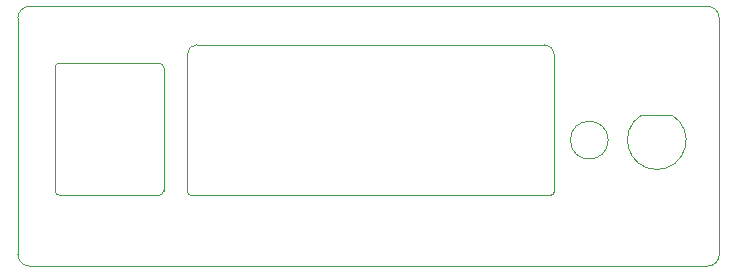
<source format=gbr>
%TF.GenerationSoftware,KiCad,Pcbnew,(6.0.11)*%
%TF.CreationDate,2023-07-10T01:10:07-07:00*%
%TF.ProjectId,cga-ypbpr-left,6367612d-7970-4627-9072-2d6c6566742e,rev?*%
%TF.SameCoordinates,PX2990618PY4bd2668*%
%TF.FileFunction,Profile,NP*%
%FSLAX46Y46*%
G04 Gerber Fmt 4.6, Leading zero omitted, Abs format (unit mm)*
G04 Created by KiCad (PCBNEW (6.0.11)) date 2023-07-10 01:10:07*
%MOMM*%
%LPD*%
G01*
G04 APERTURE LIST*
%TA.AperFunction,Profile*%
%ADD10C,0.050000*%
%TD*%
G04 APERTURE END LIST*
D10*
X-13973000Y45405000D02*
X43417000Y45405000D01*
X43417000Y23405000D02*
X-13973000Y23405000D01*
X-11833000Y29805000D02*
X-11833000Y40205000D01*
X37827000Y36196300D02*
X40417000Y36196300D01*
X37827000Y36196300D02*
G75*
G03*
X40417000Y36196300I1295000J-2119300D01*
G01*
X30138000Y29405000D02*
X-312000Y29405000D01*
X44417000Y44405000D02*
G75*
G03*
X43417000Y45405000I-1000000J0D01*
G01*
X-11433000Y40605000D02*
G75*
G03*
X-11833000Y40205000I0J-400000D01*
G01*
X35007000Y34077000D02*
G75*
G03*
X35007000Y34077000I-1600000J0D01*
G01*
X43417000Y23405000D02*
G75*
G03*
X44417000Y24405000I0J1000000D01*
G01*
X-11433000Y40605000D02*
X-3033000Y40605000D01*
X-612000Y29705000D02*
G75*
G03*
X-312000Y29405000I300000J0D01*
G01*
X-612000Y29705000D02*
X-612000Y41355000D01*
X30438000Y41355000D02*
X30438000Y29705000D01*
X30438000Y41355000D02*
G75*
G03*
X29638000Y42155000I-800000J0D01*
G01*
X30138000Y29405000D02*
G75*
G03*
X30438000Y29705000I0J300000D01*
G01*
X-2633000Y40205000D02*
X-2633000Y29805000D01*
X-14973000Y44405000D02*
X-14973000Y24405000D01*
X-3033000Y29405000D02*
X-11433000Y29405000D01*
X-11833000Y29805000D02*
G75*
G03*
X-11433000Y29405000I400000J0D01*
G01*
X-14973000Y24405000D02*
G75*
G03*
X-13973000Y23405000I1000000J0D01*
G01*
X188000Y42155000D02*
X29638000Y42155000D01*
X-13973000Y45405000D02*
G75*
G03*
X-14973000Y44405000I0J-1000000D01*
G01*
X188000Y42155000D02*
G75*
G03*
X-612000Y41355000I0J-800000D01*
G01*
X-2633000Y40205000D02*
G75*
G03*
X-3033000Y40605000I-400000J0D01*
G01*
X-3033000Y29405000D02*
G75*
G03*
X-2633000Y29805000I0J400000D01*
G01*
X44417000Y44405000D02*
X44417000Y24405000D01*
M02*

</source>
